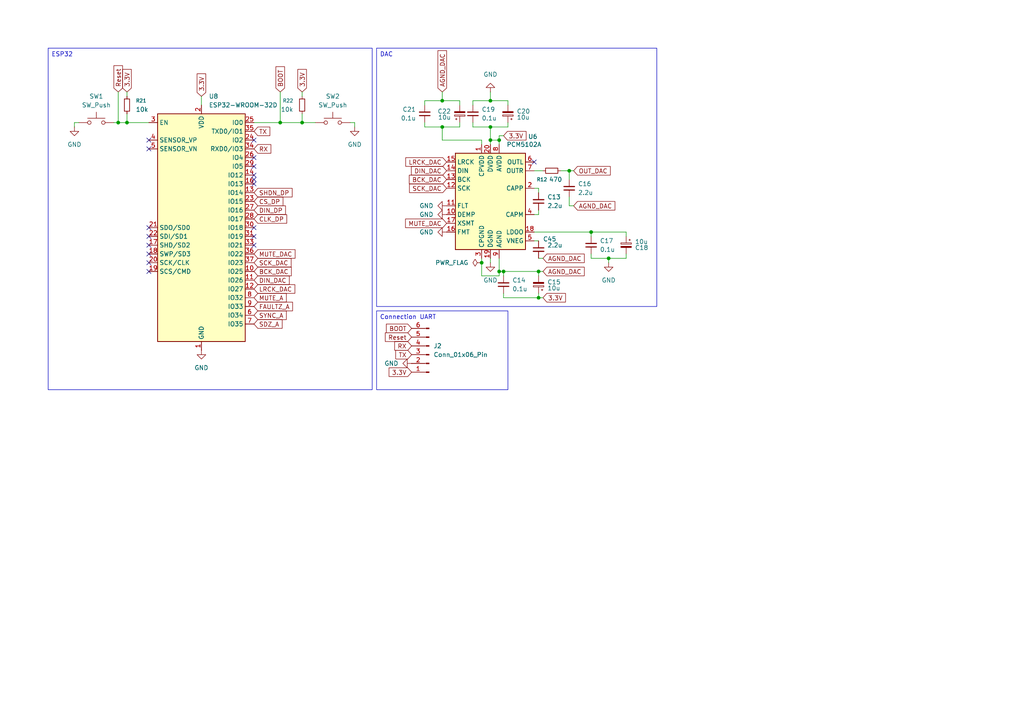
<source format=kicad_sch>
(kicad_sch (version 20250114) (generator "eeschema") (generator_version "9.0")
  (paper "A4")
  (title_block (title "ESP32"))
  (lib_symbols
    (symbol "Audio:PCM5102A"
      (property "Reference" "U" (at -10.16 13.97 0))
      (property "Value" "PCM5102A" (at 3.81 13.97 0))
      (symbol "PCM5102A_0_1"
        (rectangle (start -10.16 12.7) (end 10.16 -15.24) (stroke (width 0.254)) (fill (type background)))
      )
      (symbol "PCM5102A_1_1"
        (pin input line (at -12.7 10.16 0) (length 2.54) (name "LRCK") (number "15"))
        (pin input line (at -12.7 7.62 0) (length 2.54) (name "DIN") (number "14"))
        (pin input line (at -12.7 5.08 0) (length 2.54) (name "BCK") (number "13"))
        (pin input line (at -12.7 2.54 0) (length 2.54) (name "SCK") (number "12"))
        (pin input line (at -12.7 -2.54 0) (length 2.54) (name "FLT") (number "11"))
        (pin input line (at -12.7 -5.08 0) (length 2.54) (name "DEMP") (number "10"))
        (pin input line (at -12.7 -7.62 0) (length 2.54) (name "XSMT") (number "17"))
        (pin input line (at -12.7 -10.16 0) (length 2.54) (name "FMT") (number "16"))
        (pin passive line (at -2.54 15.24 270) (length 2.54) (name "CPVDD") (number "1"))
        (pin power_in line (at -2.54 -17.78 90) (length 2.54) (name "CPGND") (number "3"))
        (pin power_in line (at 0 15.24 270) (length 2.54) (name "DVDD") (number "20"))
        (pin power_in line (at 0 -17.78 90) (length 2.54) (name "DGND") (number "19"))
        (pin power_in line (at 2.54 15.24 270) (length 2.54) (name "AVDD") (number "8"))
        (pin power_in line (at 2.54 -17.78 90) (length 2.54) (name "AGND") (number "9"))
        (pin output line (at 12.7 10.16 180) (length 2.54) (name "OUTL") (number "6"))
        (pin output line (at 12.7 7.62 180) (length 2.54) (name "OUTR") (number "7"))
        (pin passive line (at 12.7 2.54 180) (length 2.54) (name "CAPP") (number "2"))
        (pin passive line (at 12.7 -5.08 180) (length 2.54) (name "CAPM") (number "4"))
        (pin passive line (at 12.7 -10.16 180) (length 2.54) (name "LDOO") (number "18"))
        (pin passive line (at 12.7 -12.7 180) (length 2.54) (name "VNEG") (number "5"))
      )
    )
    (symbol "Connector:Conn_01x06_Pin" (pin_names (offset 1.016) (hide yes))
      (property "Reference" "J" (at 0 7.62 0))
      (property "Value" "Conn_01x06_Pin" (at 0 -10.16 0))
      (symbol "Conn_01x06_Pin_1_1"
        (rectangle (start 0.8636 5.207) (end 0 4.953) (stroke (width 0.1524)) (fill (type outline)))
        (rectangle (start 0.8636 2.667) (end 0 2.413) (stroke (width 0.1524)) (fill (type outline)))
        (rectangle (start 0.8636 0.127) (end 0 -0.127) (stroke (width 0.1524)) (fill (type outline)))
        (rectangle (start 0.8636 -2.413) (end 0 -2.667) (stroke (width 0.1524)) (fill (type outline)))
        (rectangle (start 0.8636 -4.953) (end 0 -5.207) (stroke (width 0.1524)) (fill (type outline)))
        (rectangle (start 0.8636 -7.493) (end 0 -7.747) (stroke (width 0.1524)) (fill (type outline)))
        (polyline (pts (xy 1.27 5.08) (xy 0.8636 5.08)) (stroke (width 0.1524)))
        (polyline (pts (xy 1.27 2.54) (xy 0.8636 2.54)) (stroke (width 0.1524)))
        (polyline (pts (xy 1.27 0) (xy 0.8636 0)) (stroke (width 0.1524)))
        (polyline (pts (xy 1.27 -2.54) (xy 0.8636 -2.54)) (stroke (width 0.1524)))
        (polyline (pts (xy 1.27 -5.08) (xy 0.8636 -5.08)) (stroke (width 0.1524)))
        (polyline (pts (xy 1.27 -7.62) (xy 0.8636 -7.62)) (stroke (width 0.1524)))
        (pin passive line (at 5.08 5.08 180) (length 3.81) (name "Pin_1") (number "1"))
        (pin passive line (at 5.08 2.54 180) (length 3.81) (name "Pin_2") (number "2"))
        (pin passive line (at 5.08 0 180) (length 3.81) (name "Pin_3") (number "3"))
        (pin passive line (at 5.08 -2.54 180) (length 3.81) (name "Pin_4") (number "4"))
        (pin passive line (at 5.08 -5.08 180) (length 3.81) (name "Pin_5") (number "5"))
        (pin passive line (at 5.08 -7.62 180) (length 3.81) (name "Pin_6") (number "6"))
      )
    )
    (symbol "Device:C_Polarized_Small" (pin_numbers (hide yes)) (pin_names (offset 0.254) (hide yes))
      (property "Reference" "C" (at 0.254 1.778 0))
      (property "Value" "C_Polarized_Small" (at 0.254 -2.032 0))
      (symbol "C_Polarized_Small_0_1"
        (rectangle (start -1.524 0.6858) (end 1.524 0.3048))
        (rectangle (start -1.524 -0.3048) (end 1.524 -0.6858) (fill (type outline)))
        (polyline (pts (xy -1.27 1.524) (xy -0.762 1.524)))
        (polyline (pts (xy -1.016 1.27) (xy -1.016 1.778)))
      )
      (symbol "C_Polarized_Small_1_1"
        (pin passive line (at 0 2.54 270) (length 1.8542) (name "~") (number "1"))
        (pin passive line (at 0 -2.54 90) (length 1.8542) (name "~") (number "2"))
      )
    )
    (symbol "Device:C_Small" (pin_numbers (hide yes)) (pin_names (offset 0.254) (hide yes))
      (property "Reference" "C" (at 0.254 1.778 0))
      (property "Value" "C_Small" (at 0.254 -2.032 0))
      (symbol "C_Small_0_1"
        (polyline (pts (xy -1.524 0.508) (xy 1.524 0.508)) (stroke (width 0.3048)))
        (polyline (pts (xy -1.524 -0.508) (xy 1.524 -0.508)) (stroke (width 0.3302)))
      )
      (symbol "C_Small_1_1"
        (pin passive line (at 0 2.54 270) (length 2.032) (name "~") (number "1"))
        (pin passive line (at 0 -2.54 90) (length 2.032) (name "~") (number "2"))
      )
    )
    (symbol "Device:R_Small" (pin_numbers (hide yes)) (pin_names (offset 0.254) (hide yes))
      (property "Reference" "R" (at 0 0 90))
      (property "Value" "R_Small" (at 1.778 0 90))
      (symbol "R_Small_0_1"
        (rectangle (start -0.762 1.778) (end 0.762 -1.778) (stroke (width 0.2032)))
      )
      (symbol "R_Small_1_1"
        (pin passive line (at 0 2.54 270) (length 0.762) (name "~") (number "1"))
        (pin passive line (at 0 -2.54 90) (length 0.762) (name "~") (number "2"))
      )
    )
    (symbol "RF_Module:ESP32-WROOM-32D"
      (property "Reference" "U" (at -12.7 34.29 0))
      (property "Value" "ESP32-WROOM-32D" (at 1.27 34.29 0))
      (symbol "ESP32-WROOM-32D_0_1"
        (rectangle (start -12.7 33.02) (end 12.7 -33.02) (stroke (width 0.254)) (fill (type background)))
      )
      (symbol "ESP32-WROOM-32D_1_1"
        (pin input line (at -15.24 30.48 0) (length 2.54) (name "EN") (number "3"))
        (pin input line (at -15.24 25.4 0) (length 2.54) (name "SENSOR_VP") (number "4"))
        (pin input line (at -15.24 22.86 0) (length 2.54) (name "SENSOR_VN") (number "5"))
        (pin bidirectional line (at -15.24 0 0) (length 2.54) (name "SDO/SD0") (number "21"))
        (pin bidirectional line (at -15.24 -2.54 0) (length 2.54) (name "SDI/SD1") (number "22"))
        (pin bidirectional line (at -15.24 -5.08 0) (length 2.54) (name "SHD/SD2") (number "17"))
        (pin bidirectional line (at -15.24 -7.62 0) (length 2.54) (name "SWP/SD3") (number "18"))
        (pin bidirectional line (at -15.24 -10.16 0) (length 2.54) (name "SCK/CLK") (number "20"))
        (pin bidirectional line (at -15.24 -12.7 0) (length 2.54) (name "SCS/CMD") (number "19"))
        (pin no_connect line (at -12.7 -27.94 0) (length 2.54) (hide yes) (name "NC") (number "32"))
        (pin power_in line (at 0 35.56 270) (length 2.54) (name "VDD") (number "2"))
        (pin power_in line (at 0 -35.56 90) (length 2.54) (name "GND") (number "1"))
        (pin passive line (at 0 -35.56 90) (length 2.54) (hide yes) (name "GND") (number "15"))
        (pin passive line (at 0 -35.56 90) (length 2.54) (hide yes) (name "GND") (number "38"))
        (pin passive line (at 0 -35.56 90) (length 2.54) (hide yes) (name "GND") (number "39"))
        (pin bidirectional line (at 15.24 30.48 180) (length 2.54) (name "IO0") (number "25"))
        (pin bidirectional line (at 15.24 27.94 180) (length 2.54) (name "TXD0/IO1") (number "35"))
        (pin bidirectional line (at 15.24 25.4 180) (length 2.54) (name "IO2") (number "24"))
        (pin bidirectional line (at 15.24 22.86 180) (length 2.54) (name "RXD0/IO3") (number "34"))
        (pin bidirectional line (at 15.24 20.32 180) (length 2.54) (name "IO4") (number "26"))
        (pin bidirectional line (at 15.24 17.78 180) (length 2.54) (name "IO5") (number "29"))
        (pin bidirectional line (at 15.24 15.24 180) (length 2.54) (name "IO12") (number "14"))
        (pin bidirectional line (at 15.24 12.7 180) (length 2.54) (name "IO13") (number "16"))
        (pin bidirectional line (at 15.24 10.16 180) (length 2.54) (name "IO14") (number "13"))
        (pin bidirectional line (at 15.24 7.62 180) (length 2.54) (name "IO15") (number "23"))
        (pin bidirectional line (at 15.24 5.08 180) (length 2.54) (name "IO16") (number "27"))
        (pin bidirectional line (at 15.24 2.54 180) (length 2.54) (name "IO17") (number "28"))
        (pin bidirectional line (at 15.24 0 180) (length 2.54) (name "IO18") (number "30"))
        (pin bidirectional line (at 15.24 -2.54 180) (length 2.54) (name "IO19") (number "31"))
        (pin bidirectional line (at 15.24 -5.08 180) (length 2.54) (name "IO21") (number "33"))
        (pin bidirectional line (at 15.24 -7.62 180) (length 2.54) (name "IO22") (number "36"))
        (pin bidirectional line (at 15.24 -10.16 180) (length 2.54) (name "IO23") (number "37"))
        (pin bidirectional line (at 15.24 -12.7 180) (length 2.54) (name "IO25") (number "10"))
        (pin bidirectional line (at 15.24 -15.24 180) (length 2.54) (name "IO26") (number "11"))
        (pin bidirectional line (at 15.24 -17.78 180) (length 2.54) (name "IO27") (number "12"))
        (pin bidirectional line (at 15.24 -20.32 180) (length 2.54) (name "IO32") (number "8"))
        (pin bidirectional line (at 15.24 -22.86 180) (length 2.54) (name "IO33") (number "9"))
        (pin input line (at 15.24 -25.4 180) (length 2.54) (name "IO34") (number "6"))
        (pin input line (at 15.24 -27.94 180) (length 2.54) (name "IO35") (number "7"))
      )
    )
    (symbol "Switch:SW_Push" (pin_numbers (hide yes)) (pin_names (offset 1.016) (hide yes))
      (property "Reference" "SW" (at 1.27 2.54 0))
      (property "Value" "SW_Push" (at 0 -1.524 0))
      (symbol "SW_Push_0_1"
        (circle (center -2.032 0) (radius 0.508))
        (polyline (pts (xy 0 1.27) (xy 0 3.048)))
        (circle (center 2.032 0) (radius 0.508))
        (polyline (pts (xy 2.54 1.27) (xy -2.54 1.27)))
        (pin passive line (at -5.08 0 0) (length 2.54) (name "1") (number "1"))
        (pin passive line (at 5.08 0 180) (length 2.54) (name "2") (number "2"))
      )
    )
    (symbol "power:GND" (power) (pin_numbers (hide yes)) (pin_names (offset 0) (hide yes))
      (property "Value" "GND" (at 0 -3.81 0))
      (symbol "GND_0_1"
        (polyline (pts (xy 0 0) (xy 0 -1.27) (xy 1.27 -1.27) (xy 0 -2.54) (xy -1.27 -1.27) (xy 0 -1.27)))
      )
      (symbol "GND_1_1"
        (pin power_in line (at 0 0 270) (length 0) (name "~") (number "1"))
      )
    )
    (symbol "power:PWR_FLAG" (power) (pin_numbers (hide yes)) (pin_names (offset 0) (hide yes))
      (property "Value" "PWR_FLAG" (at 0 3.81 0))
      (symbol "PWR_FLAG_0_0"
        (pin power_out line (at 0 0 90) (length 0) (name "~") (number "1"))
      )
      (symbol "PWR_FLAG_0_1"
        (polyline (pts (xy 0 0) (xy 0 1.27) (xy -1.016 1.905) (xy 0 2.54) (xy 1.016 1.905) (xy 0 1.27)))
      )
    )
  )
  (text_box "Connection UART" (at 109.22 90.17 0) (size 38.1 22.86) (margins 0.9525 0.9525 0.9525 0.9525) (effects (font (size 1.27 1.27)) (justify left top)))
  (text_box "ESP32" (at 13.97 13.97 0) (size 93.98 99.06) (margins 0.9525 0.9525 0.9525 0.9525) (effects (font (size 1.27 1.27)) (justify left top)))
  (text_box "DAC" (at 109.22 13.97 0) (size 81.28 74.93) (margins 0.9525 0.9525 0.9525 0.9525) (effects (font (size 1.27 1.27)) (justify left top)))
  (junction (at 165.1 49.53))
  (junction (at 144.78 40.64))
  (junction (at 81.28 35.56))
  (junction (at 142.24 40.64))
  (junction (at 139.7 76.2))
  (junction (at 146.05 78.74))
  (junction (at 142.24 36.83))
  (junction (at 156.21 86.36))
  (junction (at 144.78 78.74))
  (junction (at 34.29 35.56))
  (junction (at 36.83 35.56))
  (junction (at 128.27 29.21))
  (junction (at 87.63 35.56))
  (junction (at 171.45 67.31))
  (junction (at 128.27 36.83))
  (junction (at 142.24 29.21))
  (junction (at 176.53 74.93))
  (junction (at 156.21 78.74))
  (no_connect (at 73.66 50.8))
  (no_connect (at 43.18 73.66))
  (no_connect (at 73.66 40.64))
  (no_connect (at 154.94 46.99))
  (no_connect (at 43.18 68.58))
  (no_connect (at 43.18 76.2))
  (no_connect (at 73.66 66.04))
  (no_connect (at 73.66 53.34))
  (no_connect (at 73.66 48.26))
  (no_connect (at 43.18 66.04))
  (no_connect (at 43.18 78.74))
  (no_connect (at 73.66 68.58))
  (no_connect (at 43.18 71.12))
  (no_connect (at 73.66 52.07))
  (no_connect (at 73.66 71.12))
  (no_connect (at 43.18 43.18))
  (no_connect (at 73.66 45.72))
  (no_connect (at 43.18 40.64))
  (wire (pts (xy 139.7 40.64) (xy 128.27 40.64)))
  (wire (pts (xy 156.21 74.93) (xy 157.48 74.93)))
  (wire (pts (xy 91.44 35.56) (xy 87.63 35.56)))
  (wire (pts (xy 81.28 26.67) (xy 81.28 35.56)))
  (wire (pts (xy 142.24 26.67) (xy 142.24 29.21)))
  (wire (pts (xy 154.94 54.61) (xy 156.21 54.61)))
  (wire (pts (xy 58.42 27.94) (xy 58.42 30.48)))
  (wire (pts (xy 34.29 35.56) (xy 36.83 35.56)))
  (wire (pts (xy 147.32 29.21) (xy 147.32 30.48)))
  (wire (pts (xy 137.16 35.56) (xy 137.16 36.83)))
  (wire (pts (xy 123.19 36.83) (xy 128.27 36.83)))
  (wire (pts (xy 181.61 67.31) (xy 181.61 68.58)))
  (wire (pts (xy 181.61 74.93) (xy 181.61 73.66)))
  (wire (pts (xy 142.24 40.64) (xy 142.24 36.83)))
  (wire (pts (xy 146.05 85.09) (xy 146.05 86.36)))
  (wire (pts (xy 171.45 67.31) (xy 181.61 67.31)))
  (wire (pts (xy 171.45 73.66) (xy 171.45 74.93)))
  (wire (pts (xy 142.24 36.83) (xy 147.32 36.83)))
  (wire (pts (xy 128.27 29.21) (xy 133.35 29.21)))
  (wire (pts (xy 102.87 36.83) (xy 102.87 35.56)))
  (wire (pts (xy 142.24 29.21) (xy 147.32 29.21)))
  (wire (pts (xy 123.19 35.56) (xy 123.19 36.83)))
  (wire (pts (xy 81.28 35.56) (xy 87.63 35.56)))
  (wire (pts (xy 144.78 80.01) (xy 144.78 78.74)))
  (wire (pts (xy 123.19 30.48) (xy 123.19 29.21)))
  (wire (pts (xy 36.83 35.56) (xy 43.18 35.56)))
  (wire (pts (xy 87.63 33.02) (xy 87.63 35.56)))
  (wire (pts (xy 156.21 85.09) (xy 156.21 86.36)))
  (wire (pts (xy 147.32 36.83) (xy 147.32 35.56)))
  (wire (pts (xy 137.16 36.83) (xy 142.24 36.83)))
  (wire (pts (xy 144.78 40.64) (xy 144.78 41.91)))
  (wire (pts (xy 139.7 80.01) (xy 144.78 80.01)))
  (wire (pts (xy 165.1 59.69) (xy 166.37 59.69)))
  (wire (pts (xy 165.1 57.15) (xy 165.1 59.69)))
  (wire (pts (xy 36.83 33.02) (xy 36.83 35.56)))
  (wire (pts (xy 176.53 74.93) (xy 176.53 76.2)))
  (wire (pts (xy 21.59 36.83) (xy 21.59 35.56)))
  (wire (pts (xy 137.16 30.48) (xy 137.16 29.21)))
  (wire (pts (xy 146.05 39.37) (xy 144.78 39.37)))
  (wire (pts (xy 154.94 62.23) (xy 156.21 62.23)))
  (wire (pts (xy 176.53 74.93) (xy 181.61 74.93)))
  (wire (pts (xy 144.78 74.93) (xy 144.78 78.74)))
  (wire (pts (xy 156.21 54.61) (xy 156.21 55.88)))
  (wire (pts (xy 87.63 26.67) (xy 87.63 27.94)))
  (wire (pts (xy 142.24 41.91) (xy 142.24 40.64)))
  (wire (pts (xy 73.66 35.56) (xy 81.28 35.56)))
  (wire (pts (xy 171.45 74.93) (xy 176.53 74.93)))
  (wire (pts (xy 146.05 78.74) (xy 146.05 80.01)))
  (wire (pts (xy 21.59 35.56) (xy 22.86 35.56)))
  (wire (pts (xy 33.02 35.56) (xy 34.29 35.56)))
  (wire (pts (xy 156.21 78.74) (xy 146.05 78.74)))
  (wire (pts (xy 156.21 86.36) (xy 157.48 86.36)))
  (wire (pts (xy 171.45 68.58) (xy 171.45 67.31)))
  (wire (pts (xy 144.78 39.37) (xy 144.78 40.64)))
  (wire (pts (xy 128.27 40.64) (xy 128.27 36.83)))
  (wire (pts (xy 154.94 67.31) (xy 171.45 67.31)))
  (wire (pts (xy 34.29 26.67) (xy 34.29 35.56)))
  (wire (pts (xy 137.16 29.21) (xy 142.24 29.21)))
  (wire (pts (xy 123.19 29.21) (xy 128.27 29.21)))
  (wire (pts (xy 165.1 49.53) (xy 166.37 49.53)))
  (wire (pts (xy 133.35 29.21) (xy 133.35 30.48)))
  (wire (pts (xy 165.1 49.53) (xy 165.1 52.07)))
  (wire (pts (xy 146.05 86.36) (xy 156.21 86.36)))
  (wire (pts (xy 128.27 26.67) (xy 128.27 29.21)))
  (wire (pts (xy 156.21 80.01) (xy 156.21 78.74)))
  (wire (pts (xy 146.05 78.74) (xy 144.78 78.74)))
  (wire (pts (xy 36.83 26.67) (xy 36.83 27.94)))
  (wire (pts (xy 156.21 62.23) (xy 156.21 60.96)))
  (wire (pts (xy 162.56 49.53) (xy 165.1 49.53)))
  (wire (pts (xy 142.24 40.64) (xy 144.78 40.64)))
  (wire (pts (xy 139.7 74.93) (xy 139.7 76.2)))
  (wire (pts (xy 156.21 78.74) (xy 157.48 78.74)))
  (wire (pts (xy 154.94 49.53) (xy 157.48 49.53)))
  (wire (pts (xy 102.87 35.56) (xy 101.6 35.56)))
  (wire (pts (xy 139.7 41.91) (xy 139.7 40.64)))
  (wire (pts (xy 133.35 36.83) (xy 133.35 35.56)))
  (wire (pts (xy 128.27 36.83) (xy 133.35 36.83)))
  (wire (pts (xy 142.24 74.93) (xy 142.24 76.2)))
  (wire (pts (xy 154.94 69.85) (xy 156.21 69.85)))
  (wire (pts (xy 139.7 76.2) (xy 139.7 80.01)))
  (global_label "RX" (shape input) (at 119.38 100.33 180) (property "Intersheetrefs" "${INTERSHEET_REFS}" (effects (hide yes))))
  (global_label "CS_DP" (shape input) (at 73.66 58.42 0) (property "Intersheetrefs" "${INTERSHEET_REFS}" (effects (hide yes))))
  (global_label "DIN_DAC" (shape input) (at 129.54 49.53 180) (property "Intersheetrefs" "${INTERSHEET_REFS}" (effects (hide yes))))
  (global_label "AGND_DAC" (shape input) (at 128.27 26.67 90) (property "Intersheetrefs" "${INTERSHEET_REFS}" (effects (hide yes))))
  (global_label "3.3V" (shape input) (at 87.63 26.67 90) (property "Intersheetrefs" "${INTERSHEET_REFS}" (effects (hide yes))))
  (global_label "3.3V" (shape input) (at 119.38 107.95 180) (property "Intersheetrefs" "${INTERSHEET_REFS}" (effects (hide yes))))
  (global_label "3.3V" (shape input) (at 36.83 26.67 90) (property "Intersheetrefs" "${INTERSHEET_REFS}" (effects (hide yes))))
  (global_label "LRCK_DAC" (shape input) (at 129.54 46.99 180) (property "Intersheetrefs" "${INTERSHEET_REFS}" (effects (hide yes))))
  (global_label "BCK_DAC" (shape input) (at 129.54 52.07 180) (property "Intersheetrefs" "${INTERSHEET_REFS}" (effects (hide yes))))
  (global_label "3.3V" (shape input) (at 146.05 39.37 0) (property "Intersheetrefs" "${INTERSHEET_REFS}" (effects (hide yes))))
  (global_label "DIN_DAC" (shape input) (at 73.66 81.28 0) (property "Intersheetrefs" "${INTERSHEET_REFS}" (effects (hide yes))))
  (global_label "SYNC_A" (shape input) (at 73.66 91.44 0) (property "Intersheetrefs" "${INTERSHEET_REFS}" (effects (hide yes))))
  (global_label "TX" (shape input) (at 119.38 102.87 180) (property "Intersheetrefs" "${INTERSHEET_REFS}" (effects (hide yes))))
  (global_label "MUTE_A" (shape input) (at 73.66 86.36 0) (property "Intersheetrefs" "${INTERSHEET_REFS}" (effects (hide yes))))
  (global_label "Reset" (shape input) (at 34.29 26.67 90) (property "Intersheetrefs" "${INTERSHEET_REFS}" (effects (hide yes))))
  (global_label "3.3V" (shape input) (at 157.48 86.36 0) (property "Intersheetrefs" "${INTERSHEET_REFS}" (effects (hide yes))))
  (global_label "FAULTZ_A" (shape input) (at 73.66 88.9 0) (property "Intersheetrefs" "${INTERSHEET_REFS}" (effects (hide yes))))
  (global_label "Reset" (shape input) (at 119.38 97.79 180) (property "Intersheetrefs" "${INTERSHEET_REFS}" (effects (hide yes))))
  (global_label "AGND_DAC" (shape input) (at 157.48 74.93 0) (property "Intersheetrefs" "${INTERSHEET_REFS}" (effects (hide yes))))
  (global_label "SDZ_A" (shape input) (at 73.66 93.98 0) (property "Intersheetrefs" "${INTERSHEET_REFS}" (effects (hide yes))))
  (global_label "SCK_DAC" (shape input) (at 129.54 54.61 180) (property "Intersheetrefs" "${INTERSHEET_REFS}" (effects (hide yes))))
  (global_label "MUTE_DAC" (shape input) (at 73.66 73.66 0) (property "Intersheetrefs" "${INTERSHEET_REFS}" (effects (hide yes))))
  (global_label "SHDN_DP" (shape input) (at 73.66 55.88 0) (property "Intersheetrefs" "${INTERSHEET_REFS}" (effects (hide yes))))
  (global_label "DIN_DP" (shape input) (at 73.66 60.96 0) (property "Intersheetrefs" "${INTERSHEET_REFS}" (effects (hide yes))))
  (global_label "AGND_DAC" (shape input) (at 166.37 59.69 0) (property "Intersheetrefs" "${INTERSHEET_REFS}" (effects (hide yes))))
  (global_label "3.3V" (shape input) (at 58.42 27.94 90) (property "Intersheetrefs" "${INTERSHEET_REFS}" (effects (hide yes))))
  (global_label "BOOT" (shape input) (at 81.28 26.67 90) (property "Intersheetrefs" "${INTERSHEET_REFS}" (effects (hide yes))))
  (global_label "RX" (shape input) (at 73.66 43.18 0) (property "Intersheetrefs" "${INTERSHEET_REFS}" (effects (hide yes))))
  (global_label "TX" (shape input) (at 73.66 38.1 0) (property "Intersheetrefs" "${INTERSHEET_REFS}" (effects (hide yes))))
  (global_label "AGND_DAC" (shape input) (at 157.48 78.74 0) (property "Intersheetrefs" "${INTERSHEET_REFS}" (effects (hide yes))))
  (global_label "BOOT" (shape input) (at 119.38 95.25 180) (property "Intersheetrefs" "${INTERSHEET_REFS}" (effects (hide yes))))
  (global_label "MUTE_DAC" (shape input) (at 129.54 64.77 180) (property "Intersheetrefs" "${INTERSHEET_REFS}" (effects (hide yes))))
  (global_label "CLK_DP" (shape input) (at 73.66 63.5 0) (property "Intersheetrefs" "${INTERSHEET_REFS}" (effects (hide yes))))
  (global_label "SCK_DAC" (shape input) (at 73.66 76.2 0) (property "Intersheetrefs" "${INTERSHEET_REFS}" (effects (hide yes))))
  (global_label "OUT_DAC" (shape input) (at 166.37 49.53 0) (property "Intersheetrefs" "${INTERSHEET_REFS}" (effects (hide yes))))
  (global_label "BCK_DAC" (shape input) (at 73.66 78.74 0) (property "Intersheetrefs" "${INTERSHEET_REFS}" (effects (hide yes))))
  (global_label "LRCK_DAC" (shape input) (at 73.66 83.82 0) (property "Intersheetrefs" "${INTERSHEET_REFS}" (effects (hide yes))))
  (symbol (lib_id "power:GND") (at 102.87 36.83 0) (mirror y) (unit 1)
    (property "Reference" "#PWR025" (effects (hide yes)))
    (property "Value" "GND" (at 102.87 41.91 0))
    (property "Description" "Power symbol creates a global label with name \"GND\" , ground" (effects (hide yes)))
  )
  (symbol (lib_id "power:GND") (at 119.38 105.41 270) (unit 1)
    (property "Reference" "#PWR026" (effects (hide yes)))
    (property "Value" "GND" (at 115.57 105.4099 90) (effects (justify right)))
    (property "Description" "Power symbol creates a global label with name \"GND\" , ground" (effects (hide yes)))
  )
  (symbol (lib_id "Device:C_Polarized_Small") (at 147.32 33.02 180) (unit 1)
    (property "Reference" "C20" (at 149.86 32.296 0) (effects (justify right)))
    (property "Value" "10u" (at 149.86 34.036 0) (effects (justify right)))
    (property "Description" "Polarized capacitor, small symbol" (effects (hide yes)))
  )
  (symbol (lib_id "Audio:PCM5102A") (at 142.24 57.15 0) (unit 1)
    (property "Reference" "U6" (at 153.162 39.624 0) (effects (justify left)))
    (property "Value" "PCM5102A" (at 146.9233 41.91 0) (effects (justify left)))
    (property "Footprint" "Package_SO:TSSOP-20_4.4x6.5mm_P0.65mm" (effects (hide yes)))
    (property "Datasheet" "https://www.ti.com/lit/ds/symlink/pcm5102a.pdf" (effects (hide yes)))
    (property "Description" "2.1 VRMS, 112dB Audio Stereo DAC with PLL and 32-bit, 384kHz PCM Interface, TSSOP-20" (effects (hide yes)))
  )
  (symbol (lib_id "Device:C_Small") (at 137.16 33.02 180) (unit 1)
    (property "Reference" "C19" (at 139.7 31.7435 0) (effects (justify right)))
    (property "Value" "0.1u" (at 139.7 34.2835 0) (effects (justify right)))
    (property "Description" "Unpolarized capacitor, small symbol" (effects (hide yes)))
  )
  (symbol (lib_id "RF_Module:ESP32-WROOM-32D") (at 58.42 66.04 0) (unit 1)
    (property "Reference" "U8" (at 60.5633 27.94 0) (effects (justify left)))
    (property "Value" "ESP32-WROOM-32D" (at 60.5633 30.48 0) (effects (justify left)))
    (property "Footprint" "RF_Module:ESP32-WROOM-32D" (effects (hide yes)))
    (property "Datasheet" "https://www.espressif.com/sites/default/files/documentation/esp32-wroom-32d_esp32-wroom-32u_datasheet_en.pdf" (effects (hide yes)))
    (property "Description" "RF Module, ESP32-D0WD SoC, Wi-Fi 802.11b/g/n, Bluetooth, BLE, 32-bit, 2.7-3.6V, onboard antenna, SMD" (effects (hide yes)))
  )
  (symbol (lib_id "power:GND") (at 176.53 76.2 0) (unit 1)
    (property "Reference" "#PWR012" (effects (hide yes)))
    (property "Value" "GND" (at 176.53 81.28 0))
    (property "Description" "Power symbol creates a global label with name \"GND\" , ground" (effects (hide yes)))
  )
  (symbol (lib_id "Device:C_Small") (at 156.21 58.42 180) (unit 1)
    (property "Reference" "C13" (at 158.75 57.1435 0) (effects (justify right)))
    (property "Value" "2.2u" (at 158.75 59.6835 0) (effects (justify right)))
    (property "Description" "Unpolarized capacitor, small symbol" (effects (hide yes)))
  )
  (symbol (lib_id "Device:C_Polarized_Small") (at 181.61 71.12 0) (mirror y) (unit 1)
    (property "Reference" "C18" (at 184.15 71.844 0) (effects (justify right)))
    (property "Value" "10u" (at 184.15 70.104 0) (effects (justify right)))
    (property "Description" "Polarized capacitor, small symbol" (effects (hide yes)))
  )
  (symbol (lib_id "Device:R_Small") (at 160.02 49.53 270) (mirror x) (unit 1)
    (property "Reference" "R12" (at 158.7499 52.07 90) (effects (font (size 1.016 1.016)) (justify right)))
    (property "Value" "470" (at 163.068 52.07 90) (effects (justify right)))
    (property "Description" "Resistor, small symbol" (effects (hide yes)))
  )
  (symbol (lib_id "Device:C_Small") (at 146.05 82.55 180) (unit 1)
    (property "Reference" "C14" (at 148.59 81.2735 0) (effects (justify right)))
    (property "Value" "0.1u" (at 148.59 83.8135 0) (effects (justify right)))
    (property "Description" "Unpolarized capacitor, small symbol" (effects (hide yes)))
  )
  (symbol (lib_id "power:GND") (at 142.24 76.2 0) (unit 1)
    (property "Reference" "#PWR046" (effects (hide yes)))
    (property "Value" "GND" (at 142.24 81.28 0))
    (property "Description" "Power symbol creates a global label with name \"GND\" , ground" (effects (hide yes)))
  )
  (symbol (lib_id "Connector:Conn_01x06_Pin") (at 124.46 102.87 180) (unit 1)
    (property "Reference" "J2" (at 125.73 100.3299 0) (effects (justify right)))
    (property "Value" "Conn_01x06_Pin" (at 125.73 102.8699 0) (effects (justify right)))
    (property "Description" "Generic connector, single row, 01x06, script generated" (effects (hide yes)))
  )
  (symbol (lib_id "power:GND") (at 142.24 26.67 180) (unit 1)
    (property "Reference" "#PWR013" (effects (hide yes)))
    (property "Value" "GND" (at 142.24 21.59 0))
    (property "Description" "Power symbol creates a global label with name \"GND\" , ground" (effects (hide yes)))
  )
  (symbol (lib_id "Switch:SW_Push") (at 27.94 35.56 0) (unit 1)
    (property "Reference" "SW1" (at 27.94 27.94 0))
    (property "Value" "SW_Push" (at 27.94 30.48 0))
    (property "Description" "Push button switch, generic, two pins" (effects (hide yes)))
  )
  (symbol (lib_id "Switch:SW_Push") (at 96.52 35.56 0) (mirror y) (unit 1)
    (property "Reference" "SW2" (at 96.52 27.94 0))
    (property "Value" "SW_Push" (at 96.52 30.48 0))
    (property "Description" "Push button switch, generic, two pins" (effects (hide yes)))
  )
  (symbol (lib_id "Device:C_Small") (at 156.21 72.39 0) (mirror y) (unit 1)
    (property "Reference" "C45" (at 157.48 69.342 0) (effects (justify right)))
    (property "Value" "2.2u" (at 158.75 71.1265 0) (effects (justify right)))
    (property "Description" "Unpolarized capacitor, small symbol" (effects (hide yes)))
  )
  (symbol (lib_id "Device:R_Small") (at 87.63 30.48 0) (mirror x) (unit 1)
    (property "Reference" "R22" (at 85.09 29.2099 0) (effects (font (size 1.016 1.016)) (justify right)))
    (property "Value" "10k" (at 85.09 31.7499 0) (effects (justify right)))
    (property "Description" "Resistor, small symbol" (effects (hide yes)))
  )
  (symbol (lib_id "power:GND") (at 129.54 67.31 270) (unit 1)
    (property "Reference" "#PWR06" (effects (hide yes)))
    (property "Value" "GND" (at 125.73 67.3099 90) (effects (justify right)))
    (property "Description" "Power symbol creates a global label with name \"GND\" , ground" (effects (hide yes)))
  )
  (symbol (lib_id "power:PWR_FLAG") (at 139.7 76.2 90) (unit 1)
    (property "Reference" "#FLG05" (effects (hide yes)))
    (property "Value" "PWR_FLAG" (at 135.89 76.1999 90) (effects (justify left)))
    (property "Description" "Special symbol for telling ERC where power comes from" (effects (hide yes)))
  )
  (symbol (lib_id "power:GND") (at 21.59 36.83 0) (unit 1)
    (property "Reference" "#PWR023" (effects (hide yes)))
    (property "Value" "GND" (at 21.59 41.91 0))
    (property "Description" "Power symbol creates a global label with name \"GND\" , ground" (effects (hide yes)))
  )
  (symbol (lib_id "Device:C_Small") (at 165.1 54.61 180) (unit 1)
    (property "Reference" "C16" (at 167.64 53.3335 0) (effects (justify right)))
    (property "Value" "2.2u" (at 167.64 55.8735 0) (effects (justify right)))
    (property "Description" "Unpolarized capacitor, small symbol" (effects (hide yes)))
  )
  (symbol (lib_id "Device:C_Small") (at 123.19 33.02 0) (mirror x) (unit 1)
    (property "Reference" "C21" (at 120.65 31.7435 0) (effects (justify right)))
    (property "Value" "0.1u" (at 120.65 34.2835 0) (effects (justify right)))
    (property "Description" "Unpolarized capacitor, small symbol" (effects (hide yes)))
  )
  (symbol (lib_id "Device:C_Polarized_Small") (at 156.21 82.55 180) (unit 1)
    (property "Reference" "C15" (at 158.75 81.826 0) (effects (justify right)))
    (property "Value" "10u" (at 158.75 83.566 0) (effects (justify right)))
    (property "Description" "Polarized capacitor, small symbol" (effects (hide yes)))
  )
  (symbol (lib_id "power:GND") (at 129.54 62.23 270) (unit 1)
    (property "Reference" "#PWR010" (effects (hide yes)))
    (property "Value" "GND" (at 125.73 62.2299 90) (effects (justify right)))
    (property "Description" "Power symbol creates a global label with name \"GND\" , ground" (effects (hide yes)))
  )
  (symbol (lib_id "power:GND") (at 58.42 101.6 0) (unit 1)
    (property "Reference" "#PWR019" (effects (hide yes)))
    (property "Value" "GND" (at 58.42 106.68 0))
    (property "Description" "Power symbol creates a global label with name \"GND\" , ground" (effects (hide yes)))
  )
  (symbol (lib_id "Device:R_Small") (at 36.83 30.48 180) (unit 1)
    (property "Reference" "R21" (at 39.37 29.2099 0) (effects (font (size 1.016 1.016)) (justify right)))
    (property "Value" "10k" (at 39.37 31.7499 0) (effects (justify right)))
    (property "Description" "Resistor, small symbol" (effects (hide yes)))
  )
  (symbol (lib_id "power:GND") (at 129.54 59.69 270) (unit 1)
    (property "Reference" "#PWR011" (effects (hide yes)))
    (property "Value" "GND" (at 125.73 59.6899 90) (effects (justify right)))
    (property "Description" "Power symbol creates a global label with name \"GND\" , ground" (effects (hide yes)))
  )
  (symbol (lib_id "Device:C_Polarized_Small") (at 133.35 33.02 0) (mirror x) (unit 1)
    (property "Reference" "C22" (at 130.81 32.296 0) (effects (justify right)))
    (property "Value" "10u" (at 130.81 34.036 0) (effects (justify right)))
    (property "Description" "Polarized capacitor, small symbol" (effects (hide yes)))
  )
  (symbol (lib_id "Device:C_Small") (at 171.45 71.12 180) (unit 1)
    (property "Reference" "C17" (at 173.99 69.8435 0) (effects (justify right)))
    (property "Value" "0.1u" (at 173.99 72.3835 0) (effects (justify right)))
    (property "Description" "Unpolarized capacitor, small symbol" (effects (hide yes)))
  )
)
</source>
